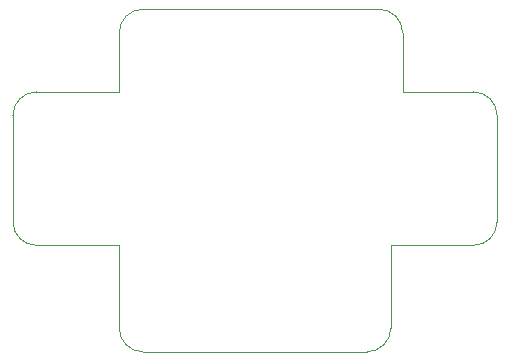
<source format=gbr>
G04 #@! TF.GenerationSoftware,KiCad,Pcbnew,(5.1.5)-3*
G04 #@! TF.CreationDate,2020-12-09T18:09:46+02:00*
G04 #@! TF.ProjectId,Single_tranzistor_AMP,53696e67-6c65-45f7-9472-616e7a697374,V1.0*
G04 #@! TF.SameCoordinates,Original*
G04 #@! TF.FileFunction,Profile,NP*
%FSLAX46Y46*%
G04 Gerber Fmt 4.6, Leading zero omitted, Abs format (unit mm)*
G04 Created by KiCad (PCBNEW (5.1.5)-3) date 2020-12-09 18:09:46*
%MOMM*%
%LPD*%
G04 APERTURE LIST*
%ADD10C,0.050000*%
%ADD11C,0.120000*%
G04 APERTURE END LIST*
D10*
X47000000Y-33000000D02*
X54000000Y-33000000D01*
X47000000Y-40000000D02*
X47000000Y-33000000D01*
X26000000Y-42000000D02*
X45000000Y-42000000D01*
X24000000Y-33000000D02*
X24000000Y-40000000D01*
X17000000Y-33000000D02*
X24000000Y-33000000D01*
X15000000Y-22000000D02*
X15000000Y-31000000D01*
X24000000Y-20000000D02*
X17000000Y-20000000D01*
X24000000Y-15000000D02*
X24000000Y-20000000D01*
X46000000Y-13000000D02*
X26000000Y-13000000D01*
X48000000Y-20000000D02*
X48000000Y-15000000D01*
X54000000Y-20000000D02*
X48000000Y-20000000D01*
X56000000Y-31000000D02*
X56000000Y-22000000D01*
D11*
X46000000Y-13000000D02*
G75*
G02X48000000Y-15000000I0J-2000000D01*
G01*
X24000000Y-15000000D02*
G75*
G02X26000000Y-13000000I2000000J0D01*
G01*
X15000000Y-22000000D02*
G75*
G02X17000000Y-20000000I2000000J0D01*
G01*
X17000000Y-33000000D02*
G75*
G02X15000000Y-31000000I0J2000000D01*
G01*
X26000000Y-42000000D02*
G75*
G02X24000000Y-40000000I0J2000000D01*
G01*
X47000000Y-40000000D02*
G75*
G02X45000000Y-42000000I-2000000J0D01*
G01*
X56000000Y-31000000D02*
G75*
G02X54000000Y-33000000I-2000000J0D01*
G01*
X54000000Y-20000000D02*
G75*
G02X56000000Y-22000000I0J-2000000D01*
G01*
M02*

</source>
